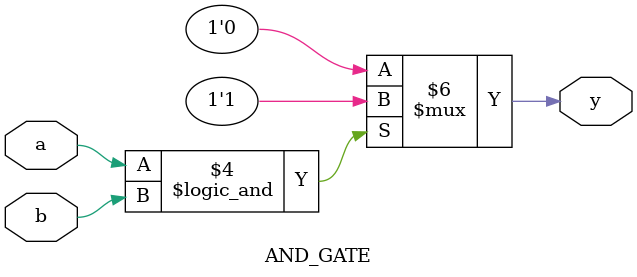
<source format=v>
module AND_GATE(a,b,y);
  input a,b;
  output y;
  reg y;
  
  always@(a or b)
    
    begin 
      if(a==1 && b==1) begin
        y=1;
      end
      else begin
        y=0;
      end
    end
endmodule
      
</source>
